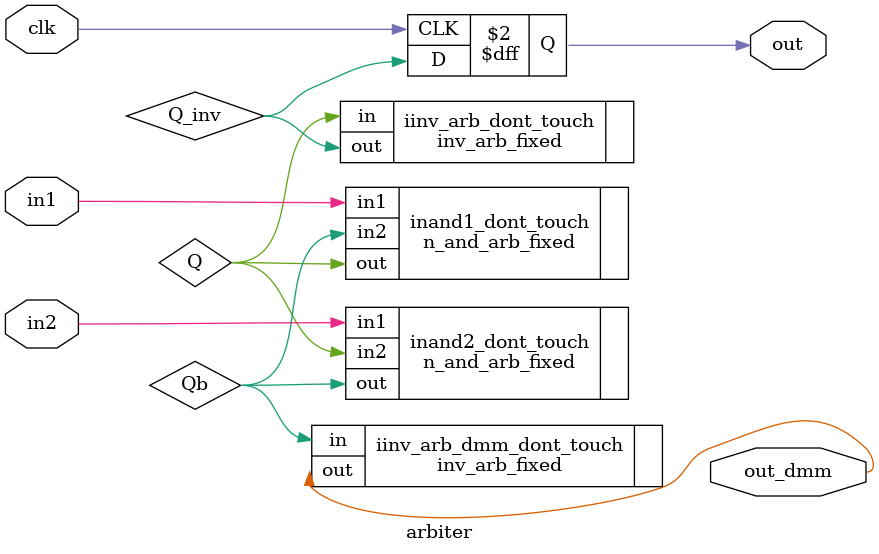
<source format=sv>
module arbiter (
    input in1,
    input in2,
    input clk,
    output reg out,
    output out_dmm
);
//synopsys dc_script_begin
//set_dont_touch {Q Qb in*}
//synopsys dc_script_end

    wire Q, Qb, Q_inv, Qb_inv;

    n_and_arb_fixed inand1_dont_touch (
        .in1(in1),
        .in2(Qb),
        .out(Q)
    );

    n_and_arb_fixed inand2_dont_touch (
        .in1(in2),
        .in2(Q),
        .out(Qb)
    );


    inv_arb_fixed iinv_arb_dont_touch (.in(Q), .out(Q_inv));
    inv_arb_fixed iinv_arb_dmm_dont_touch (.in(Qb), .out(out_dmm));
    
    always @(posedge clk) begin
        out <= Q_inv;
    end

endmodule



</source>
